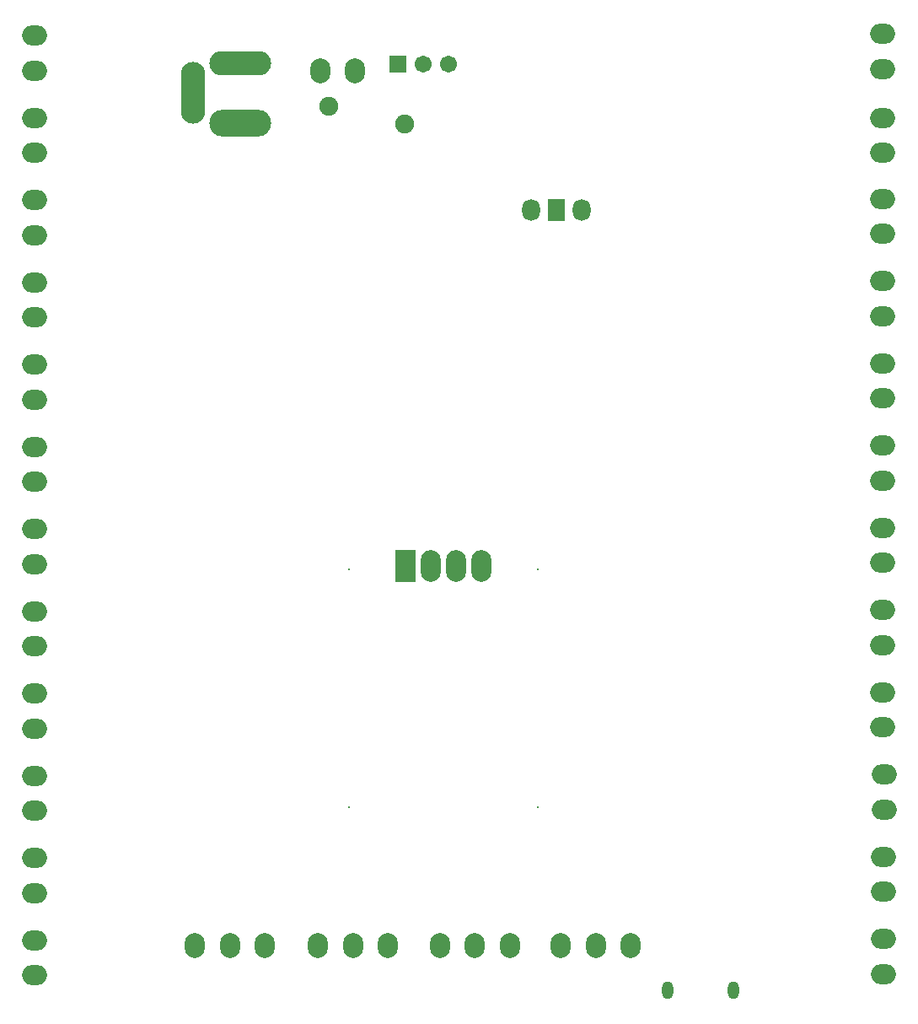
<source format=gbs>
G04*
G04 #@! TF.GenerationSoftware,Altium Limited,Altium Designer,23.2.1 (34)*
G04*
G04 Layer_Color=16711935*
%FSAX44Y44*%
%MOMM*%
G71*
G04*
G04 #@! TF.SameCoordinates,82B26229-18A1-4F51-8350-021A8CAF8BEE*
G04*
G04*
G04 #@! TF.FilePolarity,Negative*
G04*
G01*
G75*
%ADD70O,2.5032X2.0032*%
%ADD71O,2.0032X2.5032*%
%ADD72O,1.1032X1.8032*%
%ADD73O,2.0032X3.2032*%
%ADD74R,2.0032X3.2032*%
%ADD75C,0.2032*%
%ADD76O,1.8032X2.2032*%
%ADD77R,1.8032X2.2032*%
%ADD78C,1.9032*%
%ADD79R,1.7032X1.7032*%
%ADD80C,1.7032*%
%ADD81O,6.2032X2.7032*%
%ADD82O,6.2032X2.4532*%
%ADD83O,2.4532X6.2032*%
D70*
X00912240Y00059410D02*
D03*
Y00024410D02*
D03*
X00059000Y00023140D02*
D03*
Y00058140D02*
D03*
Y00140690D02*
D03*
Y00105690D02*
D03*
Y00188240D02*
D03*
Y00223240D02*
D03*
Y00305790D02*
D03*
Y00270790D02*
D03*
Y00353340D02*
D03*
Y00388340D02*
D03*
Y00470890D02*
D03*
Y00435890D02*
D03*
Y00518440D02*
D03*
Y00553440D02*
D03*
Y00635990D02*
D03*
Y00600990D02*
D03*
Y00683540D02*
D03*
Y00718540D02*
D03*
Y00801090D02*
D03*
Y00766090D02*
D03*
Y00848640D02*
D03*
Y00883640D02*
D03*
Y00966190D02*
D03*
Y00931190D02*
D03*
X00911240Y00967660D02*
D03*
Y00932660D02*
D03*
X00911240Y00848620D02*
D03*
Y00883620D02*
D03*
Y00802351D02*
D03*
Y00767351D02*
D03*
Y00684810D02*
D03*
Y00719810D02*
D03*
Y00637260D02*
D03*
Y00602260D02*
D03*
X00911240Y00519710D02*
D03*
Y00554710D02*
D03*
Y00472160D02*
D03*
Y00437160D02*
D03*
X00911240Y00354610D02*
D03*
Y00389610D02*
D03*
X00911240Y00307060D02*
D03*
Y00272060D02*
D03*
X00912510Y00189510D02*
D03*
Y00224510D02*
D03*
X00912240Y00141960D02*
D03*
Y00106960D02*
D03*
D71*
X00346182Y00930910D02*
D03*
X00381182D02*
D03*
X00290504Y00053200D02*
D03*
X00255504D02*
D03*
X00220504D02*
D03*
X00587958D02*
D03*
X00622958D02*
D03*
X00657958D02*
D03*
X00536424D02*
D03*
X00501424D02*
D03*
X00466424D02*
D03*
X00344104D02*
D03*
X00379104D02*
D03*
X00414104D02*
D03*
D72*
X00694860Y00007540D02*
D03*
X00760860D02*
D03*
D73*
X00508000Y00434000D02*
D03*
X00482600D02*
D03*
X00457200D02*
D03*
D74*
X00431800D02*
D03*
D75*
X00564957Y00430000D02*
D03*
X00374957Y00430000D02*
D03*
X00564957Y00192000D02*
D03*
X00374957Y00192000D02*
D03*
D76*
X00557559Y00790987D02*
D03*
X00608359D02*
D03*
D77*
X00582959D02*
D03*
D78*
X00355092Y00895350D02*
D03*
X00431292Y00877570D02*
D03*
D79*
X00424180Y00937260D02*
D03*
D80*
X00449580D02*
D03*
X00474980D02*
D03*
D81*
X00265430Y00878530D02*
D03*
D82*
Y00938530D02*
D03*
D83*
X00218430Y00908530D02*
D03*
M02*

</source>
